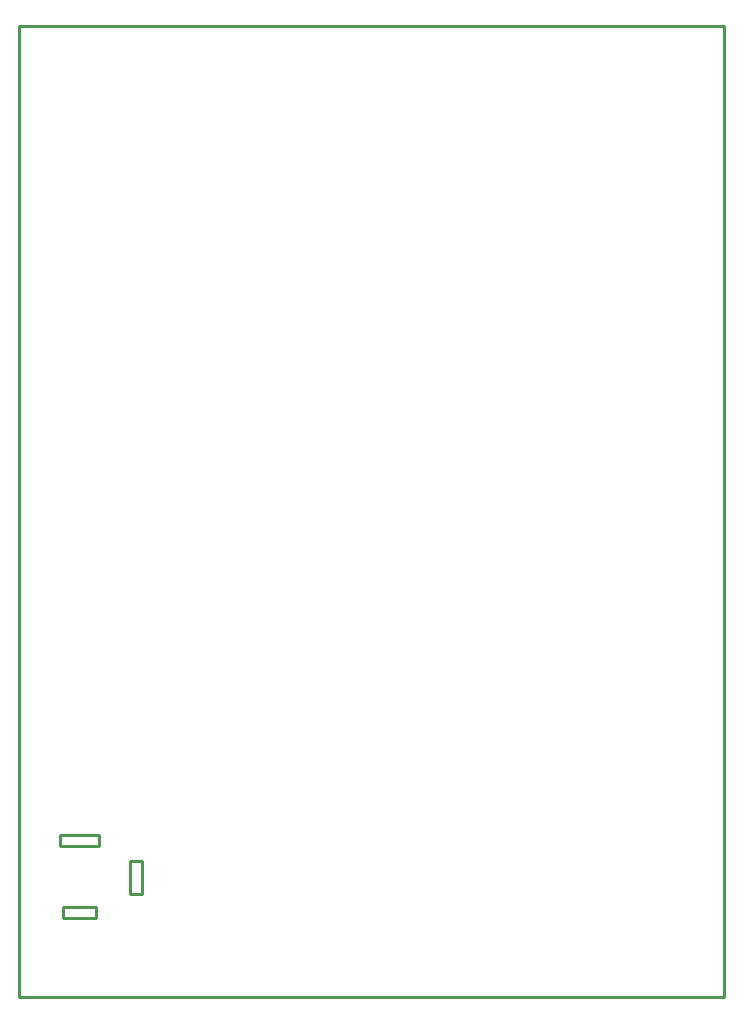
<source format=gko>
G04 EAGLE Gerber RS-274X export*
G75*
%MOMM*%
%FSLAX34Y34*%
%LPD*%
%INBoard Outline*%
%IPPOS*%
%AMOC8*
5,1,8,0,0,1.08239X$1,22.5*%
G01*
%ADD10C,0.000000*%
%ADD11C,0.254000*%


D10*
X0Y0D02*
X596700Y0D01*
X596700Y822200D01*
X0Y822200D01*
X0Y0D01*
X34300Y127600D02*
X67300Y127600D01*
X34300Y127600D02*
X34300Y137600D01*
X67300Y137600D01*
X67300Y127600D01*
X93800Y115600D02*
X103800Y115600D01*
X93800Y115600D02*
X93800Y87600D01*
X103800Y87600D01*
X103800Y115600D01*
X64800Y66600D02*
X36800Y66600D01*
X36800Y76600D01*
X64800Y76600D01*
X64800Y66600D01*
D11*
X0Y0D02*
X596700Y0D01*
X596700Y822200D01*
X0Y822200D01*
X0Y0D01*
X36800Y66600D02*
X64800Y66600D01*
X64800Y76600D01*
X36800Y76600D01*
X36800Y66600D01*
X93800Y87600D02*
X103800Y87600D01*
X103800Y115600D01*
X93800Y115600D01*
X93800Y87600D01*
X34300Y127600D02*
X67300Y127600D01*
X67300Y137600D01*
X34300Y137600D01*
X34300Y127600D01*
M02*

</source>
